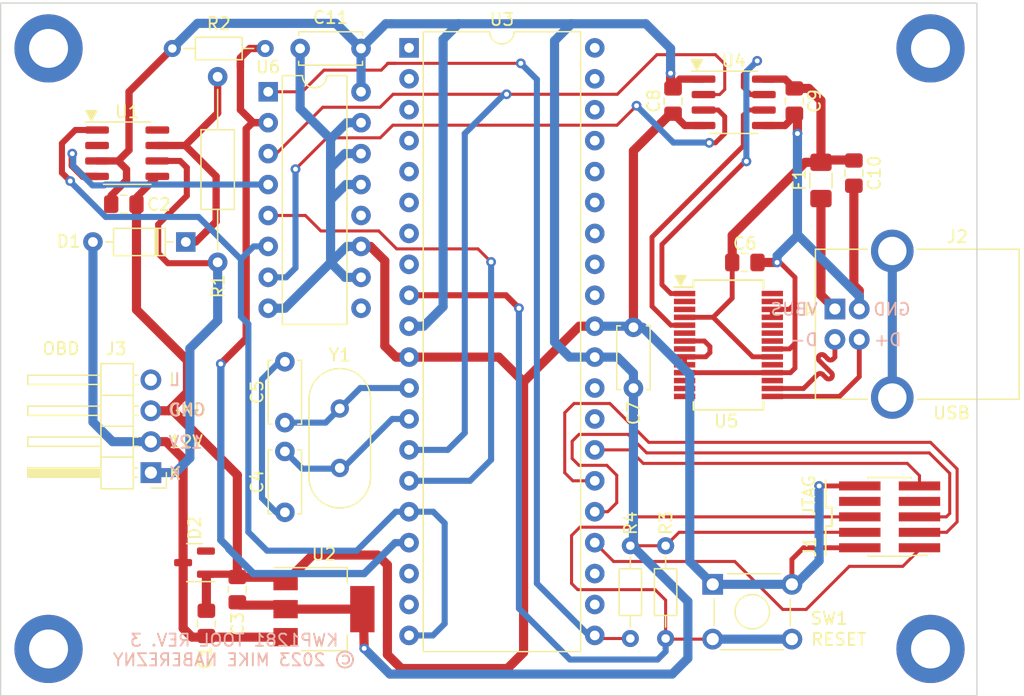
<source format=kicad_pcb>
(kicad_pcb (version 20221018) (generator pcbnew)
  (layers (0 "F.Cu" signal) (31 "B.Cu" signal) (34 "B.Paste" user) (35 "F.Paste" user) (36 "B.SilkS" user "B.Silkscreen") (37 "F.SilkS" user "F.Silkscreen") (38 "B.Mask" user) (39 "F.Mask" user) (44 "Edge.Cuts" user))
  (net 0 "")
  (net 1 "12V")
  (net 2 "GND")
  (net 3 "VCC")
  (net 4 "Net-(U3-XTAL1)")
  (net 5 "Net-(U3-XTAL2)")
  (net 6 "Net-(D1-K)")
  (net 7 "TCK")
  (net 8 "TDO")
  (net 9 "TMS")
  (net 10 "NRST")
  (net 13 "TDI")
  (net 14 "FTDI_GND")
  (net 15 "FTDI_VCC")
  (net 16 "FTDI_TXD")
  (net 17 "FTDI_RXD")
  (net 18 "K_LINE")
  (net 19 "L9637D_TX")
  (net 20 "L9637D_RX")
  (net 33 "AVR_KLINE_TX")
  (net 47 "PASSTHRU")
  (net 48 "AVR_CTRL_RX")
  (net 49 "/L_LINE")
  (net 53 "unconnected-(J2-Shield-Pad5)")
  (net 54 "Net-(C4-Pad1)")
  (net 59 "Net-(J2-VBUS)")
  (net 60 "/USB_D-")
  (net 62 "/USB_D+")
  (net 68 "AVR_CTRL_TX")
  (net 69 "ISO_RX")
  (footprint "Resistor_THT:R_Axial_DIN0204_L3.6mm_D1.6mm_P7.62mm_Horizontal" (layer "F.Cu") (at 165.354 108.4072 -90)
    (fp_text reference "R4")
    (fp_text value "10K")
  )
  (footprint "Capacitor_THT:C_Disc_D5.0mm_W2.5mm_P5.00mm" (layer "F.Cu") (at 143.25 67.564 180)
    (fp_text reference "C11")
    (fp_text value "0.1uF")
  )
  (footprint "Connector_USB:USB_B_OST_USB-B1HSxx_Horizontal" (layer "F.Cu") (at 182.1445 88.9635)
    (fp_text reference "J2")
    (fp_text value "USB_B")
  )
  (footprint "MountingHole:MountingHole_3.2mm_M3_DIN965_Pad" (layer "F.Cu") (at 189.992 67.5567)
    (fp_text reference "REF**" hide)
    (fp_text value "MountingHole_3.2mm_M3_DIN965_Pad" hide)
  )
  (footprint "Package_TO_SOT_SMD:SOT-223-3_TabPin2" (layer "F.Cu") (at 140.208 113.6142)
    (fp_text reference "U2")
    (fp_text value "LD1117S50CTR")
  )
  (footprint "Package_TO_SOT_SMD:SOT-23" (layer "F.Cu") (at 129.582 109.794 180)
    (fp_text reference "D2")
    (fp_text value "BZX84-A15,215")
  )
  (footprint "Capacitor_SMD:C_0805_2012Metric_Pad1.18x1.45mm_HandSolder" (layer "F.Cu") (at 183.7 77.8 -90)
    (fp_text reference "C10")
    (fp_text value "10μF")
  )
  (footprint "Button_Switch_THT:SW_TH_Tactile_Omron_B3F-10xx" (layer "F.Cu") (at 172.1128 111.578)
    (fp_text reference "SW1")
    (fp_text value "SW_Omron_B3FS")
  )
  (footprint "Package_DIP:DIP-16_W7.62mm" (layer "F.Cu") (at 135.63 71.12)
    (fp_text reference "U6")
    (fp_text value "74LS257")
  )
  (footprint "Package_DIP:DIP-40_W15.24mm" (layer "F.Cu") (at 147.193 67.5132)
    (fp_text reference "U3")
    (fp_text value "ATmega1284-P")
  )
  (footprint "Capacitor_SMD:C_0805_2012Metric_Pad1.18x1.45mm_HandSolder" (layer "F.Cu") (at 174.752 85.1408 180)
    (fp_text reference "C6")
    (fp_text value "0.1uF")
  )
  (footprint "Package_SO:SOIC-8_3.9x4.9mm_P1.27mm" (layer "F.Cu") (at 124.05625 76.16375)
    (fp_text reference "U1")
    (fp_text value "L9637D")
  )
  (footprint "Capacitor_SMD:C_0805_2012Metric_Pad1.18x1.45mm_HandSolder" (layer "F.Cu") (at 123.78125 80.3528 180)
    (fp_text reference "C2")
    (fp_text value "0.1uF")
  )
  (footprint "Capacitor_SMD:C_0805_2012Metric_Pad1.18x1.45mm_HandSolder" (layer "F.Cu") (at 133.096 112.014 90)
    (fp_text reference "C3")
    (fp_text value "10μF")
  )
  (footprint "MountingHole:MountingHole_3.2mm_M3_DIN965_Pad" (layer "F.Cu") (at 117.6 67.5567)
    (fp_text reference "REF**" hide)
    (fp_text value "MountingHole_3.2mm_M3_DIN965_Pad" hide)
  )
  (footprint "Fuse:Fuse_1206_3216Metric_Pad1.42x1.75mm_HandSolder" (layer "F.Cu") (at 181 78.4 90)
    (fp_text reference "F1")
    (fp_text value "1206L150")
  )
  (footprint "Capacitor_SMD:C_0805_2012Metric_Pad1.18x1.45mm_HandSolder" (layer "F.Cu") (at 178.816 71.882 90)
    (fp_text reference "C9")
    (fp_text value "0.1uF")
  )
  (footprint "Package_SO:SSOP-28_5.3x10.2mm_P0.65mm" (layer "F.Cu") (at 173.40725 91.91675)
    (fp_text reference "U5")
    (fp_text value "FT232RL")
  )
  (footprint "Package_SO:SOIC-8_3.9x4.9mm_P1.27mm" (layer "F.Cu") (at 173.8376 71.9836)
    (fp_text reference "U4")
    (fp_text value "ISO6721BQDRQ1")
  )
  (footprint "Capacitor_THT:C_Disc_D5.0mm_W2.5mm_P5.00mm" (layer "F.Cu") (at 165.608 90.464 -90)
    (fp_text reference "C7")
    (fp_text value "0.1uF")
  )
  (footprint "Resistor_THT:R_Axial_DIN0207_L6.3mm_D2.5mm_P15.24mm_Horizontal" (layer "F.Cu") (at 131.48125 69.888 -90)
    (fp_text reference "R1")
    (fp_text value "510")
  )
  (footprint "MountingHole:MountingHole_3.2mm_M3_DIN965_Pad" (layer "F.Cu") (at 117.6 116.8835)
    (fp_text reference "REF**" hide)
    (fp_text value "MountingHole_3.2mm_M3_DIN965_Pad" hide)
  )
  (footprint "Capacitor_THT:C_Disc_D5.0mm_W2.5mm_P5.00mm" (layer "F.Cu") (at 137 105.661 90)
    (fp_text reference "C4")
    (fp_text value "18pF")
  )
  (footprint "Capacitor_THT:C_Disc_D5.0mm_W2.5mm_P5.00mm" (layer "F.Cu") (at 137 93.295 -90)
    (fp_text reference "C5")
    (fp_text value "18pF")
  )
  (footprint "MountingHole:MountingHole_3.2mm_M3_DIN965_Pad" (layer "F.Cu") (at 189.992 116.8835)
    (fp_text reference "REF**" hide)
    (fp_text value "MountingHole_3.2mm_M3_DIN965_Pad" hide)
  )
  (footprint "Crystal:Crystal_HC49-4H_Vertical" (layer "F.Cu") (at 141.5034 102.018 90)
    (fp_text reference "Y1")
    (fp_text value "18.432 MHz")
  )
  (footprint "Diode_THT:D_DO-35_SOD27_P7.62mm_Horizontal" (layer "F.Cu") (at 128.86625 83.455375 180)
    (fp_text reference "D1")
    (fp_text value "1N4148")
  )
  (footprint "Capacitor_SMD:C_0805_2012Metric_Pad1.18x1.45mm_HandSolder" (layer "F.Cu") (at 168.8592 71.882 -90)
    (fp_text reference "C8")
    (fp_text value "0.1uF")
  )
  (footprint "Resistor_THT:R_Axial_DIN0204_L3.6mm_D1.6mm_P7.62mm_Horizontal" (layer "F.Cu") (at 127.762 67.564)
    (fp_text reference "R2")
    (fp_text value "10K")
  )
  (footprint "Connector_PinHeader_2.54mm:PinHeader_1x04_P2.54mm_Horizontal" (layer "F.Cu") (at 126 102.4 180)
    (fp_text reference "J3")
    (fp_text value "Conn_01x04_Male")
  )
  (footprint "kwp1281tool:avr_jtag" (layer "F.Cu") (at 186.817 106.0885)
    (fp_text reference "J1")
    (fp_text value "AVR-JTAG-10" hide)
  )
  (footprint "Resistor_THT:R_Axial_DIN0204_L3.6mm_D1.6mm_P7.62mm_Horizontal" (layer "F.Cu") (at 168.2496 108.4072 -90)
    (fp_text reference "R3")
    (fp_text value "10K")
  )
  (footprint "Capacitor_SMD:C_0805_2012Metric_Pad1.18x1.45mm_HandSolder" (layer "F.Cu") (at 130.556 114.7865 -90)
    (fp_text reference "C1")
    (fp_text value "0.1μF")
  )
  (gr_rect (start 113.6664 63.8302) (end 193.802 120.7262) (stroke (width 0.1)) (fill none) (layer "Edge.Cuts"))
  (gr_text "K" (at 128.575 103.05) (layer "B.SilkS") (effects (font (size 1 1)) (justify left bottom mirror)))
  (gr_text "12V" (at 130.325 100.5) (layer "B.SilkS") (effects (font (size 1 1)) (justify left bottom mirror)))
  (gr_text "L" (at 128.5 95.35) (layer "B.SilkS") (effects (font (size 1 1)) (justify left bottom mirror)))
  (gr_text "KWP1281 TOOL REV. 3\n© 2023 MIKE NABEREZNY" (at 132.842 118.364) (layer "B.SilkS") (effects (font (size 1 1)) (justify bottom mirror)))
  (gr_text "D-" (at 180.825 92.075) (layer "B.SilkS") (effects (font (size 1 1)) (justify left bottom mirror)))
  (gr_text "D+" (at 187.7 92.075) (layer "B.SilkS") (effects (font (size 1 1)) (justify left bottom mirror)))
  (gr_text "VBUS" (at 180.825 89.575) (layer "B.SilkS") (effects (font (size 1 1)) (justify left bottom mirror)))
  (gr_text "GND" (at 130.575 97.825) (layer "B.SilkS") (effects (font (size 1 1)) (justify left bottom mirror)))
  (gr_text "GND" (at 188.45 89.575) (layer "B.SilkS") (effects (font (size 1 1)) (justify left bottom mirror)))
  (gr_text "L" (at 127.4 95.35) (layer "F.SilkS") (effects (font (size 1 1)) (justify left bottom)))
  (gr_text "JTAG" (at 180.594 106.0885 90) (layer "F.SilkS") (effects (font (size 1 1)) (justify left bottom)))
  (gr_text "RESET" (at 180.1 116.69) (layer "F.SilkS") (effects (font (size 1 1)) (justify left bottom)))
  (gr_text "▶" (at 168.975 85.9 -90) (layer "F.SilkS") (effects (font (size 1 1)) (justify left bottom)))
  (gr_text "▶" (at 120.60785 72.35 -90) (layer "F.SilkS") (effects (font (size 1 1)) (justify left bottom)))
  (gr_text "▶" (at 170.3 68.175 -90) (layer "F.SilkS") (effects (font (size 1 1)) (justify left bottom)))
  (gr_text "OBD" (at 117 92.8) (layer "F.SilkS") (effects (font (size 1 1)) (justify left bottom)))
  (gr_text "USB" (at 190.119 98.0875) (layer "F.SilkS") (effects (font (size 1 1)) (justify left bottom)))
  (gr_text "GND" (at 127.4 97.85) (layer "F.SilkS") (effects (font (size 1 1)) (justify left bottom)))
  (gr_text "K" (at 127.4 103.05) (layer "F.SilkS") (effects (font (size 1 1)) (justify left bottom)))
  (gr_text "12V" (at 127.4 100.45) (layer "F.SilkS") (effects (font (size 1 1)) (justify left bottom)))
  (segment (start 130.4658 115.9142) (end 130.556 115.824) (width 0.75) (layer "F.Cu") (net 1))
  (segment (start 129.3762 115.9142) (end 130.4658 115.9142) (width 0.75) (layer "F.Cu") (net 1))
  (segment (start 137.058 115.9142) (end 130.6462 115.9142) (width 0.75) (layer "F.Cu") (net 1))
  (segment (start 129.3762 115.9142) (end 128.651 115.189) (width 0.75) (layer "F.Cu") (net 1))
  (segment (start 127.26 99.86) (end 128.6445 101.2445) (width 0.75) (layer "F.Cu") (net 1))
  (segment (start 130.6462 115.9142) (end 130.556 115.824) (width 0.25) (layer "F.Cu") (net 1))
  (segment (start 126 99.86) (end 127.26 99.86) (width 0.75) (layer "F.Cu") (net 1))
  (segment (start 128.6445 101.2445) (end 128.6445 109.794) (width 0.75) (layer "F.Cu") (net 1))
  (segment (start 128.651 115.189) (end 128.651 109.8005) (width 0.75) (layer "F.Cu") (net 1))
  (segment (start 122.86 99.86) (end 121.24625 98.24625) (width 0.75) (layer "B.Cu") (net 1))
  (segment (start 121.24625 83.455375) (end 121.24625 96.44625) (width 0.75) (layer "B.Cu") (net 1))
  (segment (start 126 99.86) (end 122.86 99.86) (width 0.75) (layer "B.Cu") (net 1))
  (segment (start 121.24625 98.24625) (end 121.24625 96.44625) (width 0.75) (layer "B.Cu") (net 1))
  (segment (start 165.608 90.337) (end 165.608 75.9675) (width 0.75) (layer "F.Cu") (net 2))
  (segment (start 145.415 109.982) (end 144.6022 109.1692) (width 0.75) (layer "F.Cu") (net 2))
  (segment (start 126 97.32) (end 127.2 97.32) (width 0.75) (layer "F.Cu") (net 2))
  (segment (start 156.591 117.1702) (end 155.2702 118.491) (width 0.75) (layer "F.Cu") (net 2))
  (segment (start 133.096 110.9765) (end 133.096 102.6) (width 0.75) (layer "F.Cu") (net 2))
  (segment (start 184.186 108.5745) (end 181.7116 108.5745) (width 0.4) (layer "F.Cu") (net 2))
  (segment (start 169.8283 73.8886) (end 171.3626 73.8886) (width 0.6) (layer "F.Cu") (net 2))
  (segment (start 168.8592 72.9195) (end 169.8283 73.8886) (width 0.6) (layer "F.Cu") (net 2))
  (segment (start 147.193 92.9132) (end 146.1132 92.9132) (width 0.75) (layer "F.Cu") (net 2))
  (segment (start 130.5195 110.744) (end 132.8635 110.744) (width 0.6) (layer "F.Cu") (net 2))
  (segment (start 155.2702 118.491) (end 146.558 118.491) (width 0.75) (layer "F.Cu") (net 2))
  (segment (start 144.6022 109.1692) (end 139.281 109.1692) (width 0.75) (layer "F.Cu") (net 2))
  (segment (start 144.02 83.82) (end 143.25 83.82) (width 0.75) (layer "F.Cu") (net 2))
  (segment (start 161.163 90.3732) (end 162.433 90.3732) (width 0.75) (layer "F.Cu") (net 2))
  (segment (start 129 95.8) (end 129 93.2) (width 0.75) (layer "F.Cu") (net 2))
  (segment (start 133.1175 110.998) (end 133.096 110.9765) (width 0.25) (layer "F.Cu") (net 2))
  (segment (start 180.848 103.4945) (end 184.186 103.4945) (width 0.4) (layer "F.Cu") (net 2))
  (segment (start 145.2 92) (end 145.2 85) (width 0.75) (layer "F.Cu") (net 2))
  (segment (start 145.2 85) (end 144.02 83.82) (width 0.75) (layer "F.Cu") (net 2))
  (segment (start 127.48 97.32) (end 127.816 97.32) (width 0.75) (layer "F.Cu") (net 2))
  (segment (start 127.2 97.32) (end 127.48 97.32) (width 0.75) (layer "F.Cu") (net 2))
  (segment (start 127.816 97.32) (end 133.096 102.6) (width 0.75) (layer "F.Cu") (net 2))
  (segment (start 139.281 109.1692) (end 137.136 111.3142) (width 0.75) (layer "F.Cu") (net 2))
  (segment (start 147.193 92.9132) (end 154.559 92.9132) (width 0.75) (layer "F.Cu") (net 2))
  (segment (start 181.7116 108.5745) (end 179.5631 108.5745) (width 0.4) (layer "F.Cu") (net 2))
  (segment (start 178.6128 109.5248) (end 178.6128 111.578) (width 0.4) (layer "F.Cu") (net 2))
  (segment (start 127.48 97.32) (end 129 95.8) (width 0.75) (layer "F.Cu") (net 2))
  (segment (start 156.591 94.9452) (end 161.163 90.3732) (width 0.75) (layer "F.Cu") (net 2))
  (segment (start 129 93.2) (end 124.81875 89.01875) (width 0.75) (layer "F.Cu") (net 2))
  (segment (start 136.8198 110.998) (end 133.1175 110.998) (width 0.75) (layer "F.Cu") (net 2))
  (segment (start 156.591 94.9452) (end 156.591 117.1702) (width 0.75) (layer "F.Cu") (net 2))
  (segment (start 146.1132 92.9132) (end 145.2 92) (width 0.75) (layer "F.Cu") (net 2))
  (segment (start 130.556 111.0488) (end 130.556 113.749) (width 0.75) (layer "F.Cu") (net 2))
  (segment (start 137.136 111.3142) (end 136.8198 110.998) (width 0.25) (layer "F.Cu") (net 2))
  (segment (start 124.81875 80.3528) (end 124.81875 79.78125) (width 0.5) (layer "F.Cu") (net 2))
  (segment (start 154.559 92.9132) (end 156.591 94.9452) (width 0.75) (layer "F.Cu") (net 2))
  (segment (start 124.81875 79.78125) (end 126.53125 78.06875) (width 0.6) (layer "F.Cu") (net 2))
  (segment (start 179.5631 108.5745) (end 178.6128 109.5248) (width 0.4) (layer "F.Cu") (net 2))
  (segment (start 145.415 117.348) (end 145.415 109.982) (width 0.75) (layer "F.Cu") (net 2))
  (segment (start 146.558 118.491) (end 145.415 117.348) (width 0.75) (layer "F.Cu") (net 2))
  (segment (start 165.608 75.9675) (end 168.656 72.9195) (width 0.75) (layer "F.Cu") (net 2))
  (segment (start 132.8635 110.744) (end 133.1175 110.998) (width 0.25) (layer "F.Cu") (net 2))
  (segment (start 124.81875 89.01875) (end 124.81875 80.3528) (width 0.75) (layer "F.Cu") (net 2))
  (via (at 180.848 103.4945) (size 0.8) (drill 0.4) (layers "F.Cu" "B.Cu") (net 2))
  (segment (start 142.25 83.82) (end 143.25 83.82) (width 0.75) (layer "B.Cu") (net 2))
  (segment (start 141.94 86.34) (end 140.75 85.15) (width 0.75) (layer "B.Cu") (net 2))
  (segment (start 172.1128 111.578) (end 170.232 109.6972) (width 0.75) (layer "B.Cu") (net 2))
  (segment (start 140.75 77.5) (end 140.75 75) (width 0.75) (layer "B.Cu") (net 2))
  (segment (start 180.848 109.652) (end 178.922 111.578) (width 0.75) (layer "B.Cu") (net 2))
  (segment (start 166.3592 90.464) (end 165.735 90.464) (width 0.75) (layer "B.Cu") (net 2))
  (segment (start 142.08 83.82) (end 140.75 85.15) (width 0.75) (layer "B.Cu") (net 2))
  (segment (start 170.232 109.6972) (end 170.232 94.3368) (width 0.75) (layer "B.Cu") (net 2))
  (segment (start 140.75 82.711) (end 140.75 85.15) (width 0.75) (layer "B.Cu") (net 2))
  (segment (start 143.25 73.66) (end 142.09 73.66) (width 0.75) (layer "B.Cu") (net 2))
  (segment (start 178.922 111.578) (end 178.6128 111.578) (width 0.75) (layer "B.Cu") (net 2))
  (segment (start 138.25 72.5) (end 140.75 75) (width 0.75) (layer "B.Cu") (net 2))
  (segment (start 142.01 78.74) (end 140.75 80) (width 0.75) (layer "B.Cu") (net 2))
  (segment (start 143.25 86.36) (end 141.94 86.36) (width 0.75) (layer "B.Cu") (net 2))
  (segment (start 170.232 94.3368) (end 166.3592 90.464) (width 0.75) (layer "B.Cu") (net 2))
  (segment (start 138.25 67.564) (end 138.25 72.5) (width 0.75) (layer "B.Cu") (net 2))
  (segment (start 142.25 83.82) (end 142.08 83.82) (width 0.25) (layer "B.Cu") (net 2))
  (segment (start 140.75 79.5) (end 140.75 77.5) (width 0.75) (layer "B.Cu") (net 2))
  (segment (start 141.94 86.36) (end 141.94 86.34) (width 0.75) (layer "B.Cu") (net 2))
  (segment (start 137 88.9) (end 135.63 88.9) (width 0.75) (layer "B.Cu") (net 2))
  (segment (start 143.25 78.74) (end 142.01 78.74) (width 0.75) (layer "B.Cu") (net 2))
  (segment (start 140.75 82.711) (end 140.75 79.5) (width 0.75) (layer "B.Cu") (net 2))
  (segment (start 140.75 77.375) (end 140.75 77.5) (width 0.75) (layer "B.Cu") (net 2))
  (segment (start 141.925 76.2) (end 140.75 77.375) (width 0.75) (layer "B.Cu") (net 2))
  (segment (start 142.09 73.66) (end 140.75 75) (width 0.75) (layer "B.Cu") (net 2))
  (segment (start 140.75 85.15) (end 137 88.9) (width 0.75) (layer "B.Cu") (net 2))
  (segment (start 166.116 90.3732) (end 166.116 90.551) (width 0.75) (layer "B.Cu") (net 2))
  (segment (start 180.848 103.4945) (end 180.848 109.652) (width 0.75) (layer "B.Cu") (net 2))
  (segment (start 172.1128 111.578) (end 178.6128 111.578) (width 0.75) (layer "B.Cu") (net 2))
  (segment (start 143.25 76.2) (end 141.925 76.2) (width 0.75) (layer "B.Cu") (net 2))
  (segment (start 166.116 90.3732) (end 162.433 90.3732) (width 0.75) (layer "B.Cu") (net 2))
  (segment (start 171.3626 70.0786) (end 169.4219 70.0786) (width 0.6) (layer "F.Cu") (net 3))
  (segment (start 122.74375 79.638475) (end 122.74375 80.3528) (width 0.6) (layer "F.Cu") (net 3))
  (segment (start 169.3523 107.3045) (end 170.942 107.3045) (width 0.25) (layer "F.Cu") (net 3))
  (segment (start 165.354 108.4072) (end 168.2496 108.4072) (width 0.25) (layer "F.Cu") (net 3))
  (segment (start 127.762 67.564) (end 124.206 71.12) (width 0.6) (layer "F.Cu") (net 3))
  (segment (start 124.206 75.90685) (end 123.3141 76.79875) (width 0.6) (layer "F.Cu") (net 3))
  (segment (start 137.136 113.6142) (end 136.8058 113.284) (width 0.75) (layer "F.Cu") (net 3))
  (segment (start 124.00185 78.380375) (end 122.74375 79.638475) (width 0.6) (layer "F.Cu") (net 3))
  (segment (start 143.436 113.6142) (end 143.51 116.84) (width 0.75) (layer "F.Cu") (net 3))
  (segment (start 123.3141 76.79875) (end 124.00185 77.4865) (width 0.6) (layer "F.Cu") (net 3))
  (segment (start 184.186 107.3045) (end 170.942 107.3045) (width 0.25) (layer "F.Cu") (net 3))
  (segment (start 124.206 71.12) (end 124.206 75.90685) (width 0.6) (layer "F.Cu") (net 3))
  (segment (start 137.082 113.5602) (end 137.136 113.6142) (width 0.25) (layer "F.Cu") (net 3))
  (segment (start 168.2496 108.4072) (end 169.3523 107.3045) (width 0.25) (layer "F.Cu") (net 3))
  (segment (start 168.656 69.596) (end 168.656 70.8445) (width 0.75) (layer "F.Cu") (net 3))
  (segment (start 133.3285 113.284) (end 133.096 113.0515) (width 0.75) (layer "F.Cu") (net 3))
  (segment (start 169.4219 70.0786) (end 168.656 70.8445) (width 0.6) (layer "F.Cu") (net 3))
  (segment (start 123.3141 76.79875) (end 121.58125 76.79875) (width 0.6) (layer "F.Cu") (net 3))
  (segment (start 124.00185 77.4865) (end 124.00185 78.380375) (width 0.6) (layer "F.Cu") (net 3))
  (segment (start 143.436 113.6142) (end 137.136 113.6142) (width 0.75) (layer "F.Cu") (net 3))
  (segment (start 136.8058 113.284) (end 133.3285 113.284) (width 0.75) (layer "F.Cu") (net 3))
  (via (at 143.51 116.84) (size 0.8) (drill 0.4) (layers "F.Cu" "B.Cu") (net 3))
  (via (at 168.656 69.596) (size 0.8) (drill 0.4) (layers "F.Cu" "B.Cu") (net 3))
  (segment (start 129.826 65.5) (end 130.302 65.5) (width 0.75) (layer "B.Cu") (net 3))
  (segment (start 148.3868 90.3732) (end 149.987 88.773) (width 0.75) (layer "B.Cu") (net 3))
  (segment (start 165.608 94.233) (end 165.608 108.5088) (width 0.75) (layer "B.Cu") (net 3))
  (segment (start 145.282 65.532) (end 143.25 67.564) (width 0.75) (layer "B.Cu") (net 3))
  (segment (start 165.608 108.5088) (end 170.0784 112.9792) (width 0.75) (layer "B.Cu") (net 3))
  (segment (start 141.186 65.5) (end 132.1 65.5) (width 0.75) (layer "B.Cu") (net 3))
  (segment (start 170.0784 112.9792) (end 170.0784 117.6528) (width 0.75) (layer "B.Cu") (net 3))
  (segment (start 127.762 67.564) (end 129.826 65.5) (width 0.75) (layer "B.Cu") (net 3))
  (segment (start 149.987 88.773) (end 149.987 66.802) (width 0.75) (layer "B.Cu") (net 3))
  (segment (start 166.624 65.532) (end 160.528 65.532) (width 0.75) (layer "B.Cu") (net 3))
  (segment (start 151.257 65.532) (end 160.528 65.532) (width 0.75) (layer "B.Cu") (net 3))
  (segment (start 170.0784 117.6528) (end 168.783 118.9482) (width 0.75) (layer "B.Cu") (net 3))
  (segment (start 145.6182 118.9482) (end 143.51 116.84) (width 0.75) (layer "B.Cu") (net 3))
  (segment (start 145.75 65.532) (end 145.282 65.532) (width 0.75) (layer "B.Cu") (net 3))
  (segment (start 164.2882 92.9132) (end 165.608 94.233) (width 0.75) (layer "B.Cu") (net 3))
  (segment (start 168.656 67.564) (end 166.624 65.532) (width 0.75) (layer "B.Cu") (net 3))
  (segment (start 147.193 90.3732) (end 148.3868 90.3732) (width 0.75) (layer "B.Cu") (net 3))
  (segment (start 143.25 67.564) (end 141.186 65.5) (width 0.75) (layer "B.Cu") (net 3))
  (segment (start 149.987 66.802) (end 151.257 65.532) (width 0.75) (layer "B.Cu") (net 3))
  (segment (start 159.131 66.929) (end 160.528 65.532) (width 0.75) (layer "B.Cu") (net 3))
  (segment (start 151.257 65.532) (end 145.75 65.532) (width 0.75) (layer "B.Cu") (net 3))
  (segment (start 168.783 118.9482) (end 145.6182 118.9482) (width 0.75) (layer "B.Cu") (net 3))
  (segment (start 162.433 92.9132) (end 160.3632 92.9132) (width 0.75) (layer "B.Cu") (net 3))
  (segment (start 143.25 67.564) (end 143.25 71.12) (width 0.75) (layer "B.Cu") (net 3))
  (segment (start 132.1 65.5) (end 130.302 65.5) (width 0.75) (layer "B.Cu") (net 3))
  (segment (start 160.3632 92.9132) (end 159.131 91.681) (width 0.75) (layer "B.Cu") (net 3))
  (segment (start 159.131 91.681) (end 159.131 66.929) (width 0.75) (layer "B.Cu") (net 3))
  (segment (start 162.433 92.9132) (end 164.2882 92.9132) (width 0.75) (layer "B.Cu") (net 3))
  (segment (start 168.656 69.596) (end 168.656 67.564) (width 0.75) (layer "B.Cu") (net 3))
  (segment (start 141.294 102.075) (end 138.414 102.075) (width 0.5) (layer "B.Cu") (net 4))
  (segment (start 145.8068 97.9932) (end 141.782 102.018) (width 0.5) (layer "B.Cu") (net 4))
  (segment (start 141.4272 101.9418) (end 141.294 102.075) (width 0.5) (layer "B.Cu") (net 4))
  (segment (start 141.782 102.018) (end 141.5034 102.018) (width 0.5) (layer "B.Cu") (net 4))
  (segment (start 147.193 97.9932) (end 145.8068 97.9932) (width 0.5) (layer "B.Cu") (net 4))
  (segment (start 138.414 102.075) (end 137 100.661) (width 0.5) (layer "B.Cu") (net 4))
  (segment (start 140.3464 98.295) (end 137 98.295) (width 0.5) (layer "B.Cu") (net 5))
  (segment (start 141.5034 97.138) (end 140.3464 98.295) (width 0.5) (layer "B.Cu") (net 5))
  (segment (start 147.193 95.4532) (end 143.1882 95.4532) (width 0.5) (layer "B.Cu") (net 5))
  (segment (start 143.1882 95.4532) (end 141.5034 97.138) (width 0.5) (layer "B.Cu") (net 5))
  (segment (start 131.48125 72.86475) (end 131.48125 69.888) (width 0.6) (layer "F.Cu") (net 6))
  (segment (start 129.68125 83.455375) (end 128.86625 83.455375) (width 0.6) (layer "F.Cu") (net 6))
  (segment (start 131.35625 78.06775) (end 131.35625 81.780375) (width 0.6) (layer "F.Cu") (net 6))
  (segment (start 131.35625 81.780375) (end 129.68125 83.455375) (width 0.6) (layer "F.Cu") (net 6))
  (segment (start 128.81725 75.52875) (end 131.48125 72.86475) (width 0.6) (layer "F.Cu") (net 6))
  (segment (start 131.35625 78.06775) (end 128.81725 75.52875) (width 0.6) (layer "F.Cu") (net 6))
  (segment (start 126.53125 75.52875) (end 128.81725 75.52875) (width 0.6) (layer "F.Cu") (net 6))
  (segment (start 189.086 108.729) (end 187.715 110.1) (width 0.25) (layer "F.Cu") (net 7))
  (segment (start 189.086 108.5745) (end 189.086 108.729) (width 0.25) (layer "F.Cu") (net 7))
  (segment (start 177.8646 113.6396) (end 173.925 109.7) (width 0.25) (layer "F.Cu") (net 7))
  (segment (start 183.325 110.1) (end 179.7854 113.6396) (width 0.25) (layer "F.Cu") (net 7))
  (segment (start 179.7854 113.6396) (end 177.8646 113.6396) (width 0.25) (layer "F.Cu") (net 7))
  (segment (start 173.925 109.7) (end 163.9798 109.7) (width 0.25) (layer "F.Cu") (net 7))
  (segment (start 187.715 110.1) (end 183.325 110.1) (width 0.25) (layer "F.Cu") (net 7))
  (segment (start 163.9798 109.7) (end 162.433 108.1532) (width 0.25) (layer "F.Cu") (net 7))
  (segment (start 192.1764 106.4441) (end 192.1764 102.1007) (width 0.25) (layer "F.Cu") (net 8))
  (segment (start 191.316 107.3045) (end 192.1764 106.4441) (width 0.25) (layer "F.Cu") (net 8))
  (segment (start 163.6776 96.7232) (end 160.7312 96.7232) (width 0.25) (layer "F.Cu") (net 8))
  (segment (start 166.8707 99.9163) (end 163.6776 96.7232) (width 0.25) (layer "F.Cu") (net 8))
  (segment (start 159.9692 97.4852) (end 159.9692 102.4128) (width 0.25) (layer "F.Cu") (net 8))
  (segment (start 160.6296 103.0732) (end 162.433 103.0732) (width 0.25) (layer "F.Cu") (net 8))
  (segment (start 159.9692 102.4128) (end 160.6296 103.0732) (width 0.25) (layer "F.Cu") (net 8))
  (segment (start 189.086 107.3045) (end 191.316 107.3045) (width 0.25) (layer "F.Cu") (net 8))
  (segment (start 160.7312 96.7232) (end 159.9692 97.4852) (width 0.25) (layer "F.Cu") (net 8))
  (segment (start 189.992 99.9163) (end 166.8707 99.9163) (width 0.25) (layer "F.Cu") (net 8))
  (segment (start 192.1764 102.1007) (end 189.992 99.9163) (width 0.25) (layer "F.Cu") (net 8))
  (segment (start 164.2364 102.616) (end 164.2364 104.8766) (width 0.25) (layer "F.Cu") (net 9))
  (segment (start 191.2906 106.0345) (end 191.5668 105.7583) (width 0.25) (layer "F.Cu") (net 9))
  (segment (start 161.1376 99.2632) (end 160.5788 99.822) (width 0.25) (layer "F.Cu") (net 9))
  (segment (start 191.5668 105.7583) (end 191.5668 102.4563) (width 0.25) (layer "F.Cu") (net 9))
  (segment (start 161.1376 101.8032) (end 163.4236 101.8032) (width 0.25) (layer "F.Cu") (net 9))
  (segment (start 163.4236 101.8032) (end 164.2364 102.616) (width 0.25) (layer "F.Cu") (net 9))
  (segment (start 160.5788 101.2444) (end 161.1376 101.8032) (width 0.25) (layer "F.Cu") (net 9))
  (segment (start 189.086 106.0345) (end 191.2906 106.0345) (width 0.25) (layer "F.Cu") (net 9))
  (segment (start 164.2364 104.8766) (end 163.4998 105.6132) (width 0.25) (layer "F.Cu") (net 9))
  (segment (start 191.5668 102.4563) (end 189.8904 100.7799) (width 0.25) (layer "F.Cu") (net 9))
  (segment (start 165.1762 99.2632) (end 161.1376 99.2632) (width 0.25) (layer "F.Cu") (net 9))
  (segment (start 160.5788 99.822) (end 160.5788 101.2444) (width 0.25) (layer "F.Cu") (net 9))
  (segment (start 189.8904 100.7799) (end 166.6929 100.7799) (width 0.25) (layer "F.Cu") (net 9))
  (segment (start 166.6929 100.7799) (end 165.1762 99.2632) (width 0.25) (layer "F.Cu") (net 9))
  (segment (start 163.4998 105.6132) (end 162.433 105.6132) (width 0.25) (layer "F.Cu") (net 9))
  (segment (start 165.1 106.8832) (end 165.9487 106.0345) (width 0.25) (layer "F.Cu") (net 10))
  (segment (start 149.098 87.8332) (end 155.1432 87.8332) (width 0.5) (layer "F.Cu") (net 10))
  (segment (start 160.528 111.252) (end 160.528 107.569) (width 0.25) (layer "F.Cu") (net 10))
  (segment (start 168.3004 116.078) (end 168.2496 116.0272) (width 0.25) (layer "F.Cu") (net 10))
  (segment (start 155.1432 87.8332) (end 156.21 88.9) (width 0.5) (layer "F.Cu") (net 10))
  (segment (start 160.528 111.252) (end 160.528 111.506) (width 0.25) (layer "F.Cu") (net 10))
  (segment (start 168.2496 112.8776) (end 168.2496 116.0272) (width 0.25) (layer "F.Cu") (net 10))
  (segment (start 160.528 107.569) (end 161.2138 106.8832) (width 0.25) (layer "F.Cu") (net 10))
  (segment (start 160.528 111.506) (end 161.036 112.014) (width 0.25) (layer "F.Cu") (net 10))
  (segment (start 161.2138 106.8832) (end 165.1 106.8832) (width 0.25) (layer "F.Cu") (net 10))
  (segment (start 149.098 87.8332) (end 147.193 87.8332) (width 0.5) (layer "F.Cu") (net 10))
  (segment (start 161.036 112.014) (end 167.386 112.014) (width 0.25) (layer "F.Cu") (net 10))
  (segment (start 167.386 112.014) (end 168.2496 112.8776) (width 0.25) (layer "F.Cu") (net 10))
  (segment (start 172.1128 116.078) (end 168.3004 116.078) (width 0.25) (layer "F.Cu") (net 10))
  (segment (start 165.9487 106.0345) (end 184.186 106.0345) (width 0.25) (layer "F.Cu") (net 10))
  (via (at 156.21 88.9) (size 0.8) (drill 0.4) (layers "F.Cu" "B.Cu") (net 10))
  (segment (start 172.1128 116.078) (end 178.6128 116.078) (width 0.75) (layer "B.Cu") (net 10))
  (segment (start 156.21 113.56) (end 156.21 88.9) (width 0.5) (layer "B.Cu") (net 10))
  (segment (start 168.2496 117.094) (end 167.5892 117.7544) (width 0.5) (layer "B.Cu") (net 10))
  (segment (start 167.5892 117.7544) (end 160.4044 117.7544) (width 0.5) (layer "B.Cu") (net 10))
  (segment (start 168.2496 116.0272) (end 168.2496 117.094) (width 0.5) (layer "B.Cu") (net 10))
  (segment (start 160.4044 117.7544) (end 156.21 113.56) (width 0.5) (layer "B.Cu") (net 10))
  (segment (start 189.086 103.4945) (end 189.086 102.6425) (width 0.25) (layer "F.Cu") (net 13))
  (segment (start 166.4135 101.6435) (end 165.3032 100.5332) (width 0.25) (layer "F.Cu") (net 13))
  (segment (start 188.087 101.6435) (end 166.4135 101.6435) (width 0.25) (layer "F.Cu") (net 13))
  (segment (start 189.086 102.6425) (end 188.087 101.6435) (width 0.25) (layer "F.Cu") (net 13))
  (segment (start 165.3032 100.5332) (end 162.433 100.5332) (width 0.25) (layer "F.Cu") (net 13))
  (segment (start 172.51825 94.19175) (end 172.14825 94.19175) (width 0.4) (layer "F.Cu") (net 14))
  (segment (start 177.3975 85.1408) (end 175.7895 85.1408) (width 0.75) (layer "F.Cu") (net 14))
  (segment (start 177.00725 88.99175) (end 177.00725 89.64175) (width 0.4) (layer "F.Cu") (net 14))
  (segment (start 179.07 73.1735) (end 179.07 74.549) (width 0.75) (layer "F.Cu") (net 14))
  (segment (start 174.79325 94.19175) (end 172.64525 94.19175) (width 0.4) (layer "F.Cu") (net 14))
  (segment (start 171.88325 92.55175) (end 171.88325 92.04375) (width 0.4) (layer "F.Cu") (net 14))
  (segment (start 177.59 85.09) (end 178.86825 86.36825) (width 0.4) (layer "F.Cu") (net 14))
  (segment (start 171.43125 91.59175) (end 169.80725 91.59175) (width 0.4) (layer "F.Cu") (net 14))
  (segment (start 179.0192 72.9195) (end 178.0501 73.8886) (width 0.6) (layer "F.Cu") (net 14))
  (segment (start 178.43125 92.24175) (end 177.00725 92.24175) (width 0.4) (layer "F.Cu") (net 14))
  (segment (start 171.88325 92.04375) (end 171.43125 91.59175) (width 0.4) (layer "F.Cu") (net 14))
  (segment (start 172.64525 94.19175) (end 172.51825 94.19175) (width 0.4) (layer "F.Cu") (net 14))
  (segment (start 183.7 87) (end 184.1445 87.4445) (width 0.75) (layer "F.Cu") (net 14))
  (segment (start 183.7 78.8375) (end 183.7 87) (width 0.75) (layer "F.Cu") (net 14))
  (segment (start 178.49825 94.19175) (end 177.00725 94.19175) (width 0.4) (layer "F.Cu") (net 14))
  (segment (start 178.0501 73.8886) (end 176.3126 73.8886) (width 0.6) (layer "F.Cu") (net 14))
  (segment (start 174.79325 94.19175) (end 177.00725 94.19175) (width 0.4) (layer "F.Cu") (net 14))
  (segment (start 178.42 88.99) (end 176.996 88.99) (width 0.4) (layer "F.Cu") (net 14))
  (segment (start 175.895 85.09) (end 177.59 85.09) (width 0.4) (layer "F.Cu") (net 14))
  (segment (start 171.54325 92.89175) (end 171.88325 92.55175) (width 0.4) (layer "F.Cu") (net 14))
  (segment (start 178.86825 91.78975) (end 178.86825 93.82175) (width 0.4) (layer "F.Cu") (net 14))
  (segment (start 178.86825 93.82175) (end 178.49825 94.19175) (width 0.4) (layer "F.Cu") (net 14))
  (segment (start 178.86825 91.78975) (end 178.43125 92.22675) (width 0.4) (layer "F.Cu") (net 14))
  (segment (start 172.14825 94.19175) (end 169.80725 94.19175) (width 0.4) (layer "F.Cu") (net 14))
  (segment (start 184.1445 87.4445) (end 184.1445 88.9635) (width 0.75) (layer "F.Cu") (net 14))
  (segment (start 169.80725 92.89175) (end 171.54325 92.89175) (width 0.4) (layer "F.Cu") (net 14))
  (segment (start 178.857 88.538) (end 178.42 88.975) (width 0.4) (layer "F.Cu") (net 14))
  (segment (start 169.80725 92.89175) (end 169.80725 94.19175) (width 0.4) (layer "F.Cu") (net 14))
  (segment (start 178.86825 86.36825) (end 178.86825 91.78975) (width 0.4) (layer "F.Cu") (net 14))
  (via (at 179.07 74.549) (size 0.8) (drill 0.4) (layers "F.Cu" "B.Cu") (net 14))
  (via (at 177.3975 85.1408) (size 0.8) (drill 0.4) (layers "F.Cu" "B.Cu") (net 14))
  (segment (start 184.1445 88.9635) (end 184.1445 87.922) (width 0.75) (layer "B.Cu") (net 14))
  (segment (start 179.07 82.8475) (end 179.07 82.93) (width 0.75) (layer "B.Cu") (net 14))
  (segment (start 179.07 82.93) (end 177.3975 84.6025) (width 0.75) (layer "B.Cu") (net 14))
  (segment (start 179.07 74.549) (end 179.07 82.8475) (width 0.75) (layer "B.Cu") (net 14))
  (segment (start 177.3975 84.6025) (end 177.3975 85.1408) (width 0.75) (layer "B.Cu") (net 14))
  (segment (start 184.1445 87.922) (end 179.07 82.8475) (width 0.75) (layer "B.Cu") (net 14))
  (segment (start 181 76.9125) (end 181.1875 76.725) (width 0.75) (layer "F.Cu") (net 15))
  (segment (start 169.80725 89.64175) (end 172.14825 89.64175) (width 0.4) (layer "F.Cu") (net 15))
  (segment (start 179.7125 76.9125) (end 173.7145 82.9105) (width 0.75) (layer "F.Cu") (net 15))
  (segment (start 175.39825 92.89175) (end 177.00725 92.89175) (width 0.4) (layer "F.Cu") (net 15))
  (segment (start 173.7145 82.9105) (end 173.7145 85.1408) (width 0.75) (layer "F.Cu") (net 15))
  (segment (start 178.0501 70.0786) (end 176.3126 70.0786) (width 0.6) (layer "F.Cu") (net 15))
  (segment (start 183.6625 76.725) (end 183.7 76.7625) (width 0.75) (layer "F.Cu") (net 15))
  (segment (start 172.14825 89.64175) (end 173.7145 88.0755) (width 0.4) (layer "F.Cu") (net 15))
  (segment (start 181 76.9125) (end 179.7125 76.9125) (width 0.75) (layer "F.Cu") (net 15))
  (segment (start 181.1875 76.725) (end 183.6625 76.725) (width 0.75) (layer "F.Cu") (net 15))
  (segment (start 179.07 71.0985) (end 178.0501 70.0786) (width 0.6) (layer "F.Cu") (net 15))
  (segment (start 173.59775 91.09125) (end 175.39825 92.89175) (width 0.4) (layer "F.Cu") (net 15))
  (segment (start 173.7145 88.0755) (end 173.7145 85.1408) (width 0.4) (layer "F.Cu") (net 15))
  (segment (start 172.14825 89.64175) (end 173.59775 91.09125) (width 0.4) (layer "F.Cu") (net 15))
  (segment (start 180 70.8445) (end 181 71.8445) (width 0.75) (layer "F.Cu") (net 15))
  (segment (start 178.816 70.8445) (end 180 70.8445) (width 0.75) (layer "F.Cu") (net 15))
  (segment (start 181 71.8445) (end 181 76.9125) (width 0.75) (layer "F.Cu") (net 15))
  (segment (start 176.3126 71.3486) (end 175.2346 71.3486) (width 0.4) (layer "F.Cu") (net 16))
  (segment (start 174.625 69.723) (end 175.768 68.58) (width 0.4) (layer "F.Cu") (net 16))
  (segment (start 168.67425 87.69175) (end 169.80725 87.69175) (width 0.4) (layer "F.Cu") (net 16))
  (segment (start 175.2346 71.3486) (end 174.625 70.739) (width 0.4) (layer "F.Cu") (net 16))
  (segment (start 174.879 76.835) (end 174.773 76.835) (width 0.25) (layer "F.Cu") (net 16))
  (segment (start 167.94625 86.96375) (end 168.67425 87.69175) (width 0.4) (layer "F.Cu") (net 16))
  (segment (start 174.773 76.835) (end 167.94625 83.66175) (width 0.4) (layer "F.Cu") (net 16))
  (segment (start 174.625 70.739) (end 174.625 69.723) (width 0.4) (layer "F.Cu") (net 16))
  (segment (start 167.94625 83.66175) (end 167.94625 86.96375) (width 0.4) (layer "F.Cu") (net 16))
  (via (at 174.879 76.835) (size 0.8) (drill 0.4) (layers "F.Cu" "B.Cu") (net 16))
  (via (at 175.768 68.58) (size 0.8) (drill 0.4) (layers "F.Cu" "B.Cu") (net 16))
  (segment (start 174.879 69.469) (end 175.768 68.58) (width 0.5) (layer "B.Cu") (net 16))
  (segment (start 174.879 76.835) (end 174.879 69.469) (width 0.5) (layer "B.Cu") (net 16))
  (segment (start 167.132 88.7415) (end 167.132 83.058) (width 0.4) (layer "F.Cu") (net 17))
  (segment (start 174.625 75.565) (end 174.625 73.0504) (width 0.4) (layer "F.Cu") (net 17))
  (segment (start 167.132 83.058) (end 174.625 75.565) (width 0.4) (layer "F.Cu") (net 17))
  (segment (start 174.625 73.0504) (end 175.0568 72.6186) (width 0.4) (layer "F.Cu") (net 17))
  (segment (start 169.80725 90.29175) (end 168.68225 90.29175) (width 0.4) (layer "F.Cu") (net 17))
  (segment (start 168.68225 90.29175) (end 167.132 88.7415) (width 0.4) (layer "F.Cu") (net 17))
  (segment (start 175.0568 72.6186) (end 176.3126 72.6186) (width 0.4) (layer "F.Cu") (net 17))
  (segment (start 126.6 84.4) (end 126.6 82.011626) (width 0.5) (layer "F.Cu") (net 18))
  (segment (start 128.95 79.661626) (end 128.95 77.35) (width 0.5) (layer "F.Cu") (net 18))
  (segment (start 128.39875 76.79875) (end 126.53125 76.79875) (width 0.5) (layer "F.Cu") (net 18))
  (segment (start 127.305813 81.305813) (end 128.95 79.661626) (width 0.5) (layer "F.Cu") (net 18))
  (segment (start 127.4 85.2) (end 126.6 84.4) (width 0.5) (layer "F.Cu") (net 18))
  (segment (start 126.6 82.011626) (end 127.305813 81.305813) (width 0.5) (layer "F.Cu") (net 18))
  (segment (start 128.95 77.35) (end 128.39875 76.79875) (width 0.5) (layer "F.Cu") (net 18))
  (segment (start 131.40925 85.2) (end 127.4 85.2) (width 0.5) (layer "F.Cu") (net 18))
  (segment (start 129.2 101.2) (end 128 102.4) (width 0.75) (layer "B.Cu") (net 18))
  (segment (start 131.48125 85.128) (end 131.48125 89.91875) (width 0.75) (layer "B.Cu") (net 18))
  (segment (start 131.48125 89.91875) (end 129.2 92.2) (width 0.75) (layer "B.Cu") (net 18))
  (segment (start 128 102.4) (end 126 102.4) (width 0.75) (layer "B.Cu") (net 18))
  (segment (start 129.2 92.2) (end 129.2 101.2) (width 0.75) (layer "B.Cu") (net 18))
  (segment (start 119.5495 77.183) (end 120.43525 78.06875) (width 0.6) (layer "F.Cu") (net 19))
  (segment (start 120.43525 78.06875) (end 121.58125 78.06875) (width 0.6) (layer "F.Cu") (net 19))
  (segment (start 119.5495 76.2) (end 119.5495 77.183) (width 0.6) (layer "F.Cu") (net 19))
  (via (at 119.5495 76.2) (size 0.8) (drill 0.4) (layers "F.Cu" "B.Cu") (net 19))
  (segment (start 121.209625 78.809625) (end 122.175351 78.809625) (width 0.5) (layer "B.Cu") (net 19))
  (segment (start 119.625726 76.276226) (end 119.625726 77.225726) (width 0.5) (layer "B.Cu") (net 19))
  (segment (start 135.63 78.74) (end 122.244976 78.74) (width 0.5) (layer "B.Cu") (net 19))
  (segment (start 119.625726 77.225726) (end 121.209625 78.809625) (width 0.5) (layer "B.Cu") (net 19))
  (segment (start 119.5495 76.2) (end 119.625726 76.276226) (width 0.5) (layer "B.Cu") (net 19))
  (segment (start 122.244976 78.74) (end 122.175351 78.809625) (width 0.25) (layer "B.Cu") (net 19))
  (segment (start 119.79725 74.25875) (end 121.58125 74.25875) (width 0.5) (layer "F.Cu") (net 20))
  (segment (start 119.38 78.454375) (end 118.7 77.774375) (width 0.5) (layer "F.Cu") (net 20))
  (segment (start 118.7 75.356) (end 119.79725 74.25875) (width 0.5) (layer "F.Cu") (net 20))
  (segment (start 118.7 77.774375) (end 118.7 75.356) (width 0.5) (layer "F.Cu") (net 20))
  (via (at 119.38 78.454375) (size 0.8) (drill 0.4) (layers "F.Cu" "B.Cu") (net 20))
  (segment (start 119.38 78.486) (end 122.294 81.4) (width 0.5) (layer "B.Cu") (net 20))
  (segment (start 134.43 83.82) (end 135.63 83.82) (width 0.5) (layer "B.Cu") (net 20))
  (segment (start 149.1488 115.7732) (end 147.193 115.7732) (width 0.5) (layer "B.Cu") (net 20))
  (segment (start 150.114 114.808) (end 149.1488 115.7732) (width 0.5) (layer "B.Cu") (net 20))
  (segment (start 134 90.2) (end 134 107.2792) (width 0.5) (layer "B.Cu") (net 20))
  (segment (start 119.38 78.454375) (end 119.38 78.486) (width 0.5) (layer "B.Cu") (net 20))
  (segment (start 146.1008 105.6132) (end 147.193 105.6132) (width 0.5) (layer "B.Cu") (net 20))
  (segment (start 133.3902 85.0138) (end 133.3902 89.5902) (width 0.5) (layer "B.Cu") (net 20))
  (segment (start 122.294 81.4) (end 129.914 81.4) (width 0.5) (layer "B.Cu") (net 20))
  (segment (start 133.35 84.836) (end 133.414 84.836) (width 0.5) (layer "B.Cu") (net 20))
  (segment (start 149.1742 105.6132) (end 150.114 106.553) (width 0.5) (layer "B.Cu") (net 20))
  (segment (start 135.5344 108.8136) (end 142.9004 108.8136) (width 0.5) (layer "B.Cu") (net 20))
  (segment (start 134 107.2792) (end 135.5344 108.8136) (width 0.5) (layer "B.Cu") (net 20))
  (segment (start 142.9004 108.8136) (end 146.1008 105.6132) (width 0.5) (layer "B.Cu") (net 20))
  (segment (start 150.114 106.553) (end 150.114 114.808) (width 0.5) (layer "B.Cu") (net 20))
  (segment (start 133.3902 89.5902) (end 134 90.2) (width 0.5) (layer "B.Cu") (net 20))
  (segment (start 129.914 81.4) (end 133.35 84.836) (width 0.5) (layer "B.Cu") (net 20))
  (segment (start 133.414 84.836) (end 134.43 83.82) (width 0.5) (layer "B.Cu") (net 20))
  (segment (start 147.193 105.6132) (end 149.1742 105.6132) (width 0.5) (layer "B.Cu") (net 20))
  (segment (start 134.35 73.66) (end 135.63 73.66) (width 0.6) (layer "F.Cu") (net 33))
  (segment (start 134.41 73.66) (end 133.35 72.6) (width 0.6) (layer "F.Cu") (net 33))
  (segment (start 133.822 74.168) (end 134.33 73.66) (width 0.6) (layer "F.Cu") (net 33))
  (segment (start 131.7392 93.472) (end 133.822 91.3892) (width 0.6) (layer "F.Cu") (net 33))
  (segment (start 134.112 67.564) (end 135.382 67.564) (width 0.6) (layer "F.Cu") (net 33))
  (segment (start 133.35 69.088) (end 133.35 68.45) (width 0.6) (layer "F.Cu") (net 33))
  (segment (start 135.63 73.66) (end 134.41 73.66) (width 0.6) (layer "F.Cu") (net 33))
  (segment (start 133.822 91.3892) (end 133.822 74.168) (width 0.6) (layer "F.Cu") (net 33))
  (segment (start 133.35 69.088) (end 133.35 68.326) (width 0.6) (layer "F.Cu") (net 33))
  (segment (start 133.35 68.326) (end 134.112 67.564) (width 0.6) (layer "F.Cu") (net 33))
  (segment (start 133.35 72.6) (end 133.35 69.088) (width 0.6) (layer "F.Cu") (net 33))
  (via (at 131.7392 93.472) (size 0.8) (drill 0.4) (layers "F.Cu" "B.Cu") (net 33))
  (segment (start 131.7392 93.472) (end 131.7392 107.9392) (width 0.6) (layer "B.Cu") (net 33))
  (segment (start 131.7392 107.9392) (end 132.4 108.6) (width 0.6) (layer "B.Cu") (net 33))
  (segment (start 143.51 110.6932) (end 146.05 108.1532) (width 0.6) (layer "B.Cu") (net 33))
  (segment (start 134.4168 110.6932) (end 143.51 110.6932) (width 0.6) (layer "B.Cu") (net 33))
  (segment (start 132.4 108.6) (end 132.4 108.6764) (width 0.6) (layer "B.Cu") (net 33))
  (segment (start 146.05 108.1532) (end 147.193 108.1532) (width 0.6) (layer "B.Cu") (net 33))
  (segment (start 132.4 108.6764) (end 134.4168 110.6932) (width 0.6) (layer "B.Cu") (net 33))
  (segment (start 165.354 116.0272) (end 162.687 116.0272) (width 0.25) (layer "F.Cu") (net 47))
  (segment (start 144.908 69.342) (end 140.208 69.342) (width 0.25) (layer "F.Cu") (net 47))
  (segment (start 145.4668 68.7832) (end 144.908 69.342) (width 0.25) (layer "F.Cu") (net 47))
  (segment (start 162.687 116.0272) (end 162.433 115.7732) (width 0.25) (layer "F.Cu") (net 47))
  (segment (start 156.3624 68.7832) (end 146.05 68.7832) (width 0.25) (layer "F.Cu") (net 47))
  (segment (start 138.43 71.12) (end 135.63 71.12) (width 0.25) (layer "F.Cu") (net 47))
  (segment (start 140.208 69.342) (end 138.43 71.12) (width 0.25) (layer "F.Cu") (net 47))
  (segment (start 146.05 68.7832) (end 145.415 68.7832) (width 0.25) (layer "F.Cu") (net 47))
  (segment (start 146.05 68.7832) (end 145.4668 68.7832) (width 0.25) (layer "F.Cu") (net 47))
  (via (at 156.3624 68.7832) (size 0.8) (drill 0.4) (layers "F.Cu" "B.Cu") (net 47))
  (segment (start 157.6832 111.506) (end 161.9504 115.7732) (width 0.5) (layer "B.Cu") (net 47))
  (segment (start 161.9504 115.7732) (end 162.433 115.7732) (width 0.25) (layer "B.Cu") (net 47))
  (segment (start 156.3624 68.7832) (end 157.6832 70.104) (width 0.5) (layer "B.Cu") (net 47))
  (segment (start 157.6832 70.104) (end 157.6832 111.506) (width 0.5) (layer "B.Cu") (net 47))
  (segment (start 173.101 70.9295) (end 172.6819 71.3486) (width 0.25) (layer "F.Cu") (net 48))
  (segment (start 140.11 72.39) (end 136.3 76.2) (width 0.25) (layer "F.Cu") (net 48))
  (segment (start 172.6819 71.3486) (end 171.3626 71.3486) (width 0.25) (layer "F.Cu") (net 48))
  (segment (start 136.3 76.2) (end 135.55 76.2) (width 0.25) (layer "F.Cu") (net 48))
  (segment (start 167.5384 68.072) (end 172.339 68.072) (width 0.25) (layer "F.Cu") (net 48))
  (segment (start 172.339 68.072) (end 173.101 68.834) (width 0.25) (layer "F.Cu") (net 48))
  (segment (start 144.818 72.39) (end 140.11 72.39) (width 0.25) (layer "F.Cu") (net 48))
  (segment (start 145.8848 71.3232) (end 144.818 72.39) (width 0.25) (layer "F.Cu") (net 48))
  (segment (start 155.194 71.3232) (end 145.8848 71.3232) (width 0.25) (layer "F.Cu") (net 48))
  (segment (start 173.101 68.834) (end 173.101 70.9295) (width 0.25) (layer "F.Cu") (net 48))
  (segment (start 164.2872 71.3232) (end 167.5384 68.072) (width 0.25) (layer "F.Cu") (net 48))
  (segment (start 155.194 71.3232) (end 164.2872 71.3232) (width 0.25) (layer "F.Cu") (net 48))
  (via (at 155.194 71.3232) (size 0.8) (drill 0.4) (layers "F.Cu" "B.Cu") (net 48))
  (segment (start 151.765 99.1362) (end 150.368 100.5332) (width 0.5) (layer "B.Cu") (net 48))
  (segment (start 150.368 100.5332) (end 147.193 100.5332) (width 0.5) (layer "B.Cu") (net 48))
  (segment (start 151.765 74.549) (end 151.765 99.1362) (width 0.5) (layer "B.Cu") (net 48))
  (segment (start 154.9908 71.3232) (end 151.765 74.549) (width 0.5) (layer "B.Cu") (net 48))
  (segment (start 155.194 71.3232) (end 154.9908 71.3232) (width 0.5) (layer "B.Cu") (net 48))
  (segment (start 186.8545 84.1935) (end 186.8545 96.2335) (width 0.75) (layer "B.Cu") (net 53))
  (segment (start 136.5782 93.2842) (end 135.1204 94.742) (width 0.5) (layer "B.Cu") (net 54))
  (segment (start 135.1204 104.4956) (end 136.2858 105.661) (width 0.5) (layer "B.Cu") (net 54))
  (segment (start 135.1204 94.742) (end 135.1204 104.4956) (width 0.5) (layer "B.Cu") (net 54))
  (segment (start 181 87.819) (end 182.1445 88.9635) (width 0.75) (layer "F.Cu") (net 59))
  (segment (start 181 79.8875) (end 181 87.819) (width 0.75) (layer "F.Cu") (net 59))
  (segment (start 181.287689 92.787865) (end 181.287689 92.787864) (width 0.4) (layer "F.Cu") (net 60))
  (segment (start 181.146264 94.3435) (end 181.429106 94.626342) (width 0.4) (layer "F.Cu") (net 60))
  (segment (start 181.85337 94.202076) (end 181.85337 94.202077) (width 0.4) (layer "F.Cu") (net 60))
  (segment (start 181.287689 92.787864) (end 181.570532 93.070707) (width 0.4) (layer "F.Cu") (net 60))
  (segment (start 179.57375 95.49175) (end 180.722 94.3435) (width 0.4) (layer "F.Cu") (net 60))
  (segment (start 182.1445 92.921) (end 182.1445 91.4635) (width 0.4) (layer "F.Cu") (net 60))
  (segment (start 181.85337 94.202077) (end 180.863423 93.212129) (width 0.4) (layer "F.Cu") (net 60))
  (segment (start 181.994795 93.070706) (end 182.1445 92.921) (width 0.4) (layer "F.Cu") (net 60))
  (segment (start 177.00725 95.49175) (end 179.57375 95.49175) (width 0.4) (layer "F.Cu") (net 60))
  (segment (start 181.994796 93.070707) (end 181.994795 93.070706) (width 0.4) (layer "F.Cu") (net 60))
  (arc (start 181.429106 94.626342) (mid 181.641238 94.71421) (end 181.85337 94.626342) (width 0.4) (layer "F.Cu") (net 60))
  (arc (start 181.85337 94.626342) (mid 181.941238 94.414209) (end 181.85337 94.202076) (width 0.4) (layer "F.Cu") (net 60))
  (arc (start 180.863423 92.787865) (mid 181.075557 92.699996) (end 181.287689 92.787865) (width 0.4) (layer "F.Cu") (net 60))
  (arc (start 180.722 94.3435) (mid 180.934132 94.255632) (end 181.146264 94.3435) (width 0.4) (layer "F.Cu") (net 60))
  (arc (start 180.863423 93.212129) (mid 180.775555 92.999997) (end 180.863423 92.787865) (width 0.4) (layer "F.Cu") (net 60))
  (arc (start 181.570532 93.070707) (mid 181.782664 93.158575) (end 181.994796 93.070707) (width 0.4) (layer "F.Cu") (net 60))
  (segment (start 182.52375 96.14175) (end 177.00725 96.14175) (width 0.4) (layer "F.Cu") (net 62))
  (segment (start 184.1445 91.4635) (end 184.1445 94.521) (width 0.4) (layer "F.Cu") (net 62))
  (segment (start 184.1445 94.521) (end 182.52375 96.14175) (width 0.4) (layer "F.Cu") (net 62))
  (segment (start 139.954 82.55) (end 138.684 81.28) (width 0.25) (layer "F.Cu") (net 68))
  (segment (start 146.175 84.025) (end 144.7 82.55) (width 0.25) (layer "F.Cu") (net 68))
  (segment (start 138.684 81.28) (end 135.53 81.28) (width 0.25) (layer "F.Cu") (net 68))
  (segment (start 144.7 82.55) (end 139.954 82.55) (width 0.25) (layer "F.Cu") (net 68))
  (segment (start 152.849 84.025) (end 146.175 84.025) (width 0.25) (layer "F.Cu") (net 68))
  (segment (start 153.924 85.1) (end 152.849 84.025) (width 0.25) (layer "F.Cu") (net 68))
  (via (at 153.924 85.1) (size 0.8) (drill 0.4) (layers "F.Cu" "B.Cu") (net 68))
  (segment (start 153.924 101.346) (end 152.1968 103.0732) (width 0.5) (layer "B.Cu") (net 68))
  (segment (start 152.1968 103.0732) (end 147.193 103.0732) (width 0.5) (layer "B.Cu") (net 68))
  (segment (start 153.924 85.1) (end 153.924 101.346) (width 0.5) (layer "B.Cu") (net 68))
  (segment (start 173.101 74.549) (end 173.101 73.152) (width 0.4) (layer "F.Cu") (net 69))
  (segment (start 144.824 74.9) (end 145.8608 73.8632) (width 0.25) (layer "F.Cu") (net 69))
  (segment (start 172.5676 72.6186) (end 171.3626 72.6186) (width 0.4) (layer "F.Cu") (net 69))
  (segment (start 137.8712 77.475) (end 140.4462 74.9) (width 0.25) (layer "F.Cu") (net 69))
  (segment (start 173.101 73.152) (end 172.5676 72.6186) (width 0.4) (layer "F.Cu") (net 69))
  (segment (start 140.4462 74.9) (end 144.824 74.9) (width 0.25) (layer "F.Cu") (net 69))
  (segment (start 164.2618 73.8632) (end 165.862 72.263) (width 0.25) (layer "F.Cu") (net 69))
  (segment (start 145.8608 73.8632) (end 164.2618 73.8632) (width 0.25) (layer "F.Cu") (net 69))
  (segment (start 172.339 75.311) (end 173.101 74.549) (width 0.4) (layer "F.Cu") (net 69))
  (segment (start 171.831 75.311) (end 172.339 75.311) (width 0.4) (layer "F.Cu") (net 69))
  (via (at 137.8712 77.475) (size 0.8) (drill 0.4) (layers "F.Cu" "B.Cu") (net 69))
  (via (at 165.862 72.263) (size 0.8) (drill 0.4) (layers "F.Cu" "B.Cu") (net 69))
  (via (at 171.831 75.311) (size 0.8) (drill 0.4) (layers "F.Cu" "B.Cu") (net 69))
  (segment (start 137.0965 86.36) (end 135.63 86.36) (width 0.5) (layer "B.Cu") (net 69))
  (segment (start 165.862 72.263) (end 168.889 75.29) (width 0.5) (layer "B.Cu") (net 69))
  (segment (start 137.8712 77.475) (end 137.8712 85.5853) (width 0.5) (layer "B.Cu") (net 69))
  (segment (start 137.8712 85.5853) (end 137.0965 86.36) (width 0.5) (layer "B.Cu") (net 69))
  (segment (start 168.889 75.29) (end 171.81 75.29) (width 0.5) (layer "B.Cu") (net 69))
  (segment (start 171.81 75.29) (end 171.831 75.311) (width 0.25) (layer "B.Cu") (net 69))
)
</source>
